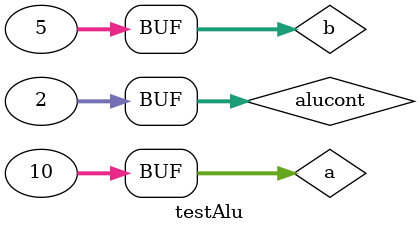
<source format=v>
`timescale 1ns / 1ps


module testAlu;

	// Inputs
	reg [31:0] a;
	reg [31:0] b;
	reg [31:0] alucont;

	// Outputs
	wire [31:0] result;
	wire zero;

	// Instantiate the Unit Under Test (UUT)
	alu uut (
		.a(a), 
		.b(b), 
		.alucont(alucont), 
		.result(result), 
		.zero(zero)
	);
	

	initial begin
		// Initialize Inputs
		a = 0;
		b = 0;
		alucont = 0;

		#100;
		// Add stimulus here
		#20;
		alucont = 3'b010;
		#20;
		alucont = 3'b110;
		#20;
		alucont = 3'b000;
		#20;
		alucont = 3'b001;
		#20;
		alucont = 3'b011;
		#20;
		alucont = 3'b111;
		
		#20;
		a = 32'd10;
		b = 32'd5;
		alucont = 3'b010;
		
		#20;



	end
	
      
endmodule


</source>
